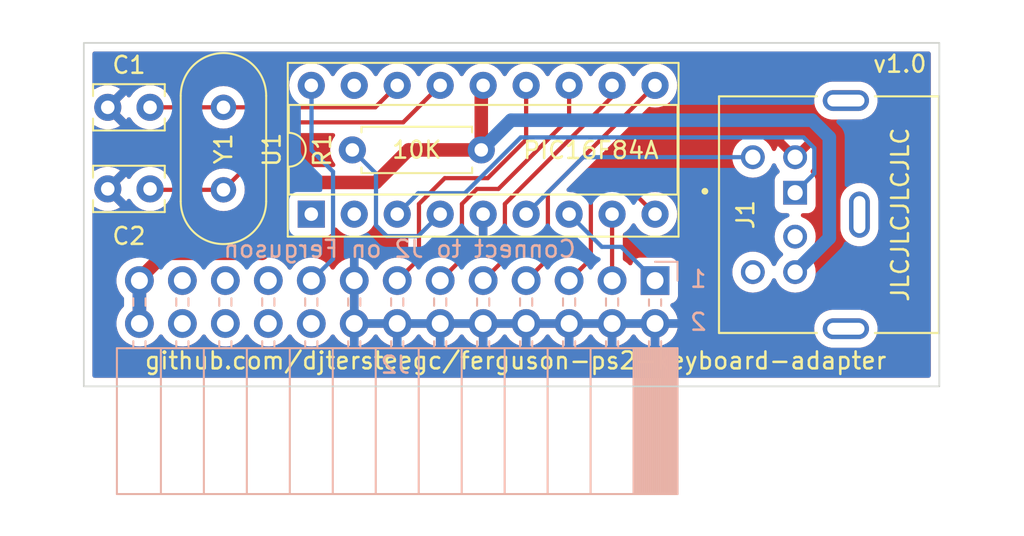
<source format=kicad_pcb>
(kicad_pcb (version 20211014) (generator pcbnew)
  (layers (0 "F.Cu" signal) (31 "B.Cu" signal) (34 "B.Paste" user) (35 "F.Paste" user) (36 "B.SilkS" user "B.Silkscreen") (37 "F.SilkS" user "F.Silkscreen") (38 "B.Mask" user) (39 "F.Mask" user) (44 "Edge.Cuts" user))
  (net 0 "")
  (net 1 "GND")
  (net 2 "Net-(C1-Pad2)")
  (net 3 "Net-(C2-Pad2)")
  (net 4 "/PS{slash}2 Data In")
  (net 6 "+5V")
  (net 7 "/PS{slash}2 Clock In")
  (net 9 "/BIT1")
  (net 10 "/BIT2")
  (net 11 "/BIT3")
  (net 12 "/BIT4")
  (net 13 "/BIT5")
  (net 14 "/BIT6")
  (net 15 "/BIT7")
  (net 16 "/{slash}STROBE")
  (net 24 "Net-(R1-Pad2)")
  (footprint "Resistor_THT:R_Axial_DIN0207_L6.3mm_D2.5mm_P7.62mm_Horizontal" (layer "F.Cu") (at 165.608 100.31 180)
    (fp_text reference "R1" (at 9.398 -0.02 90) (layer "F.SilkS"))
    (fp_text value "10K" (at 3.81 0) (layer "F.SilkS"))
    (fp_line (start 0.54 -1.04) (end 0.54 -1.37) (layer "F.SilkS") (width 0.12))
    (fp_line (start 0.54 1.37) (end 7.08 1.37) (layer "F.SilkS") (width 0.12))
    (fp_line (start 7.08 -1.37) (end 7.08 -1.04) (layer "F.SilkS") (width 0.12))
    (fp_line (start 0.54 1.04) (end 0.54 1.37) (layer "F.SilkS") (width 0.12))
    (fp_line (start 0.54 -1.37) (end 7.08 -1.37) (layer "F.SilkS") (width 0.12))
    (fp_line (start 7.08 1.37) (end 7.08 1.04) (layer "F.SilkS") (width 0.12))
    (pad "1" thru_hole circle (at 0 0 180) (size 1.6 1.6) (drill 0.8) (layers *.Cu *.Mask) (net 6 "+5V"))
    (pad "2" thru_hole oval (at 7.62 0 180) (size 1.6 1.6) (drill 0.8) (layers *.Cu *.Mask) (net 24 "Net-(R1-Pad2)"))
  )
  (footprint "Capacitor_THT:C_Rect_L4.0mm_W2.5mm_P2.50mm" (layer "F.Cu") (at 143.53 97.79)
    (fp_text reference "C1" (at 1.25 -2.5) (layer "F.SilkS"))
    (fp_text value "10pf")
    (fp_line (start -0.87 -1.37) (end 3.37 -1.37) (layer "F.SilkS") (width 0.12))
    (fp_line (start -0.87 1.37) (end 3.37 1.37) (layer "F.SilkS") (width 0.12))
    (fp_line (start -0.87 -1.37) (end -0.87 -0.665) (layer "F.SilkS") (width 0.12))
    (fp_line (start 3.37 0.665) (end 3.37 1.37) (layer "F.SilkS") (width 0.12))
    (fp_line (start 3.37 -1.37) (end 3.37 -0.665) (layer "F.SilkS") (width 0.12))
    (fp_line (start -0.87 0.665) (end -0.87 1.37) (layer "F.SilkS") (width 0.12))
    (pad "1" thru_hole circle (at 0 0) (size 1.6 1.6) (drill 0.8) (layers *.Cu *.Mask) (net 1 "GND"))
    (pad "2" thru_hole circle (at 2.5 0) (size 1.6 1.6) (drill 0.8) (layers *.Cu *.Mask) (net 2 "Net-(C1-Pad2)"))
  )
  (footprint "Package_DIP:DIP-18_W7.62mm_Socket" (layer "F.Cu") (at 155.56 104.11 90)
    (fp_text reference "U1" (at 3.81 -2.33 90) (layer "F.SilkS"))
    (fp_text value "PIC16F84A" (at 3.78 16.525 180) (layer "F.SilkS"))
    (fp_line (start -1.33 -1.39) (end -1.33 21.71) (layer "F.SilkS") (width 0.12))
    (fp_line (start 6.46 -1.33) (end 4.81 -1.33) (layer "F.SilkS") (width 0.12))
    (fp_line (start 1.16 -1.33) (end 1.16 21.65) (layer "F.SilkS") (width 0.12))
    (fp_line (start 8.95 -1.39) (end -1.33 -1.39) (layer "F.SilkS") (width 0.12))
    (fp_line (start 2.81 -1.33) (end 1.16 -1.33) (layer "F.SilkS") (width 0.12))
    (fp_line (start -1.33 21.71) (end 8.95 21.71) (layer "F.SilkS") (width 0.12))
    (fp_line (start 6.46 21.65) (end 6.46 -1.33) (layer "F.SilkS") (width 0.12))
    (fp_line (start 1.16 21.65) (end 6.46 21.65) (layer "F.SilkS") (width 0.12))
    (fp_line (start 8.95 21.71) (end 8.95 -1.39) (layer "F.SilkS") (width 0.12))
    (fp_arc (start 4.81 -1.33) (mid 3.81 -0.33) (end 2.81 -1.33) (layer "F.SilkS") (width 0.12))
    (pad "1" thru_hole rect (at 0 0 90) (size 1.6 1.6) (drill 0.8) (layers *.Cu *.Mask))
    (pad "2" thru_hole oval (at 0 2.54 90) (size 1.6 1.6) (drill 0.8) (layers *.Cu *.Mask))
    (pad "3" thru_hole oval (at 0 5.08 90) (size 1.6 1.6) (drill 0.8) (layers *.Cu *.Mask) (net 4 "/PS{slash}2 Data In"))
    (pad "4" thru_hole oval (at 0 7.62 90) (size 1.6 1.6) (drill 0.8) (layers *.Cu *.Mask) (net 24 "Net-(R1-Pad2)"))
    (pad "5" thru_hole oval (at 0 10.16 90) (size 1.6 1.6) (drill 0.8) (layers *.Cu *.Mask) (net 1 "GND"))
    (pad "6" thru_hole oval (at 0 12.7 90) (size 1.6 1.6) (drill 0.8) (layers *.Cu *.Mask) (net 7 "/PS{slash}2 Clock In"))
    (pad "7" thru_hole oval (at 0 15.24 90) (size 1.6 1.6) (drill 0.8) (layers *.Cu *.Mask) (net 9 "/BIT1"))
    (pad "8" thru_hole oval (at 0 17.78 90) (size 1.6 1.6) (drill 0.8) (layers *.Cu *.Mask) (net 10 "/BIT2"))
    (pad "9" thru_hole oval (at 0 20.32 90) (size 1.6 1.6) (drill 0.8) (layers *.Cu *.Mask) (net 11 "/BIT3"))
    (pad "10" thru_hole oval (at 7.62 20.32 90) (size 1.6 1.6) (drill 0.8) (layers *.Cu *.Mask) (net 12 "/BIT4"))
    (pad "11" thru_hole oval (at 7.62 17.78 90) (size 1.6 1.6) (drill 0.8) (layers *.Cu *.Mask) (net 13 "/BIT5"))
    (pad "12" thru_hole oval (at 7.62 15.24 90) (size 1.6 1.6) (drill 0.8) (layers *.Cu *.Mask) (net 14 "/BIT6"))
    (pad "13" thru_hole oval (at 7.62 12.7 90) (size 1.6 1.6) (drill 0.8) (layers *.Cu *.Mask) (net 15 "/BIT7"))
    (pad "14" thru_hole oval (at 7.62 10.16 90) (size 1.6 1.6) (drill 0.8) (layers *.Cu *.Mask) (net 6 "+5V"))
    (pad "15" thru_hole oval (at 7.62 7.62 90) (size 1.6 1.6) (drill 0.8) (layers *.Cu *.Mask) (net 3 "Net-(C2-Pad2)"))
    (pad "16" thru_hole oval (at 7.62 5.08 90) (size 1.6 1.6) (drill 0.8) (layers *.Cu *.Mask) (net 2 "Net-(C1-Pad2)"))
    (pad "17" thru_hole oval (at 7.62 2.54 90) (size 1.6 1.6) (drill 0.8) (layers *.Cu *.Mask))
    (pad "18" thru_hole oval (at 7.62 0 90) (size 1.6 1.6) (drill 0.8) (layers *.Cu *.Mask) (net 16 "/{slash}STROBE"))
  )
  (footprint "Crystal:Crystal_HC49-U_Vertical" (layer "F.Cu") (at 150.368 97.79 -90)
    (fp_text reference "Y1" (at 2.45 0 90) (layer "F.SilkS"))
    (fp_text value "4 MHz")
    (fp_line (start -0.685 2.525) (end 5.565 2.525) (layer "F.SilkS") (width 0.12))
    (fp_line (start -0.685 -2.525) (end 5.565 -2.525) (layer "F.SilkS") (width 0.12))
    (fp_arc (start 5.565 -2.525) (mid 8.09 0) (end 5.565 2.525) (layer "F.SilkS") (width 0.12))
    (fp_arc (start -0.685 2.525) (mid -3.21 0) (end -0.685 -2.525) (layer "F.SilkS") (width 0.12))
    (pad "1" thru_hole circle (at 0 0 270) (size 1.5 1.5) (drill 0.8) (layers *.Cu *.Mask) (net 2 "Net-(C1-Pad2)"))
    (pad "2" thru_hole circle (at 4.88 0 270) (size 1.5 1.5) (drill 0.8) (layers *.Cu *.Mask) (net 3 "Net-(C2-Pad2)"))
  )
  (footprint "SnapEDA Library:CUI_MD-60SM" (layer "F.Cu") (at 187.96 104.14 90)
    (fp_text reference "J1" (at 0 -6.731 90) (layer "F.SilkS"))
    (fp_text value "PS/2 Keyboard Mini DIN 6")
    (fp_line (start -7 -8.3) (end 7 -8.3) (layer "F.SilkS") (width 0.127))
    (fp_line (start -7 4.7) (end -7 0.915) (layer "F.SilkS") (width 0.127))
    (fp_line (start 7 4.7) (end 7 0.915) (layer "F.SilkS") (width 0.127))
    (fp_line (start -7 -2.515) (end -7 -8.3) (layer "F.SilkS") (width 0.127))
    (fp_line (start 7 4.7) (end -7 4.7) (layer "F.SilkS") (width 0.127))
    (fp_line (start 7 -8.3) (end 7 -2.515) (layer "F.SilkS") (width 0.127))
    (fp_circle (center 1.384 -9.134) (end 1.484 -9.134) (layer "F.SilkS") (width 0.2) (fill none))
    (pad "1" thru_hole rect locked (at 1.3 -3.8 90) (size 1.408 1.408) (drill 0.9) (layers *.Cu *.Mask) (net 4 "/PS{slash}2 Data In"))
    (pad "2" thru_hole circle locked (at -1.3 -3.8 90) (size 1.408 1.408) (drill 0.9) (layers *.Cu *.Mask))
    (pad "3" thru_hole circle locked (at 3.4 -3.8 90) (size 1.408 1.408) (drill 0.9) (layers *.Cu *.Mask) (net 1 "GND"))
    (pad "4" thru_hole circle locked (at -3.4 -3.8 90) (size 1.408 1.408) (drill 0.9) (layers *.Cu *.Mask) (net 6 "+5V"))
    (pad "5" thru_hole circle locked (at 3.4 -6.3 90) (size 1.408 1.408) (drill 0.9) (layers *.Cu *.Mask) (net 7 "/PS{slash}2 Clock In"))
    (pad "6" thru_hole circle locked (at -3.4 -6.3 90) (size 1.408 1.408) (drill 0.9) (layers *.Cu *.Mask))
    (pad "S1" thru_hole oval locked (at 0 0 90) (size 2.73 1.23) (drill oval 2.2 0.7) (layers *.Cu *.Mask))
    (pad "S2" thru_hole oval locked (at -6.75 -0.8 90) (size 1.23 2.73) (drill oval 0.7 2.2) (layers *.Cu *.Mask))
    (pad "S3" thru_hole oval locked (at 6.75 -0.8 90) (size 1.23 2.73) (drill oval 0.7 2.2) (layers *.Cu *.Mask))
  )
  (footprint "Capacitor_THT:C_Rect_L4.0mm_W2.5mm_P2.50mm" (layer "F.Cu") (at 143.53 102.616)
    (fp_text reference "C2" (at 1.25 2.794) (layer "F.SilkS"))
    (fp_text value "10pf")
    (fp_line (start -0.87 -1.37) (end -0.87 -0.665) (layer "F.SilkS") (width 0.12))
    (fp_line (start 3.37 0.665) (end 3.37 1.37) (layer "F.SilkS") (width 0.12))
    (fp_line (start -0.87 0.665) (end -0.87 1.37) (layer "F.SilkS") (width 0.12))
    (fp_line (start 3.37 -1.37) (end 3.37 -0.665) (layer "F.SilkS") (width 0.12))
    (fp_line (start -0.87 -1.37) (end 3.37 -1.37) (layer "F.SilkS") (width 0.12))
    (fp_line (start -0.87 1.37) (end 3.37 1.37) (layer "F.SilkS") (width 0.12))
    (pad "1" thru_hole circle (at 0 0) (size 1.6 1.6) (drill 0.8) (layers *.Cu *.Mask) (net 1 "GND"))
    (pad "2" thru_hole circle (at 2.5 0) (size 1.6 1.6) (drill 0.8) (layers *.Cu *.Mask) (net 3 "Net-(C2-Pad2)"))
  )
  (footprint "Connector_PinSocket_2.54mm:PinSocket_2x13_P2.54mm_Horizontal" (layer "B.Cu") (at 175.88 108.04 90)
    (fp_text reference "J2" (at -4.99 -15.352 180) (layer "B.SilkS") (effects (justify mirror)))
    (fp_text value "Ferguson Keyboard Connector J2")
    (fp_line (start -1.49 -30.12) (end -1.05 -30.12) (layer "B.SilkS") (width 0.12))
    (fp_line (start -4 -25.76) (end -3.59 -25.76) (layer "B.SilkS") (width 0.12))
    (fp_line (start -12.63 -21.59) (end -4 -21.59) (layer "B.SilkS") (width 0.12))
    (fp_line (start -12.63 0.26524) (end -4 0.26524) (layer "B.SilkS") (width 0.12))
    (fp_line (start -12.63 -8.89) (end -4 -8.89) (layer "B.SilkS") (width 0.12))
    (fp_line (start -12.63 -0.089045) (end -4 -0.089045) (layer "B.SilkS") (width 0.12))
    (fp_line (start -1.49 -17.42) (end -1.05 -17.42) (layer "B.SilkS") (width 0.12))
    (fp_line (start -12.63 -29.21) (end -4 -29.21) (layer "B.SilkS") (width 0.12))
    (fp_line (start -12.63 0.02905) (end -4 0.02905) (layer "B.SilkS") (width 0.12))
    (fp_line (start -12.63 -1.033805) (end -4 -1.033805) (layer "B.SilkS") (width 0.12))
    (fp_line (start -12.63 -11.43) (end -4 -11.43) (layer "B.SilkS") (width 0.12))
    (fp_line (start -4 -5.44) (end -3.59 -5.44) (layer "B.SilkS") (width 0.12))
    (fp_line (start -1.49 -20.68) (end -1.05 -20.68) (layer "B.SilkS") (width 0.12))
    (fp_line (start 0 1.33) (end 1.11 1.33) (layer "B.SilkS") (width 0.12))
    (fp_line (start -4 -0.36) (end -3.59 -0.36) (layer "B.SilkS") (width 0.12))
    (fp_line (start -12.63 -6.35) (end -4 -6.35) (layer "B.SilkS") (width 0.12))
    (fp_line (start -12.63 -3.81) (end -4 -3.81) (layer "B.SilkS") (width 0.12))
    (fp_line (start -4 -9.8) (end -3.59 -9.8) (layer "B.SilkS") (width 0.12))
    (fp_line (start -12.63 -0.20714) (end -4 -0.20714) (layer "B.SilkS") (width 0.12))
    (fp_line (start -12.63 -13.97) (end -4 -13.97) (layer "B.SilkS") (width 0.12))
    (fp_line (start -4 -12.34) (end -3.59 -12.34) (layer "B.SilkS") (width 0.12))
    (fp_line (start -12.63 0.73762) (end -4 0.73762) (layer "B.SilkS") (width 0.12))
    (fp_line (start -4 -7.26) (end -3.59 -7.26) (layer "B.SilkS") (width 0.12))
    (fp_line (start -4 -2.9) (end -3.59 -2.9) (layer "B.SilkS") (width 0.12))
    (fp_line (start -12.63 -19.05) (end -4 -19.05) (layer "B.SilkS") (width 0.12))
    (fp_line (start -12.63 -16.51) (end -4 -16.51) (layer "B.SilkS") (width 0.12))
    (fp_line (start -1.49 -14.88) (end -1.05 -14.88) (layer "B.SilkS") (width 0.12))
    (fp_line (start -4 -25.04) (end -3.59 -25.04) (layer "B.SilkS") (width 0.12))
    (fp_line (start -1.49 -18.14) (end -1.05 -18.14) (layer "B.SilkS") (width 0.12))
    (fp_line (start -12.63 -1.27) (end -4 -1.27) (layer "B.SilkS") (width 0.12))
    (fp_line (start -1.49 -19.96) (end -1.05 -19.96) (layer "B.SilkS") (width 0.12))
    (fp_line (start -1.49 -30.84) (end -1.05 -30.84) (layer "B.SilkS") (width 0.12))
    (fp_line (start -12.63 -24.13) (end -4 -24.13) (layer "B.SilkS") (width 0.12))
    (fp_line (start -1.49 -28.3) (end -1.05 -28.3) (layer "B.SilkS") (width 0.12))
    (fp_line (start -4 -19.96) (end -3.59 -19.96) (layer "B.SilkS") (width 0.12))
    (fp_line (start -1.49 -2.9) (end -1.05 -2.9) (layer "B.SilkS") (width 0.12))
    (fp_line (start -1.49 -27.58) (end -1.05 -27.58) (layer "B.SilkS") (width 0.12))
    (fp_line (start -1.49 -25.04) (end -1.05 -25.04) (layer "B.SilkS") (width 0.12))
    (fp_line (start -1.49 -5.44) (end -1.05 -5.44) (layer "B.SilkS") (width 0.12))
    (fp_line (start -4 -13.06) (end -3.59 -13.06) (layer "B.SilkS") (width 0.12))
    (fp_line (start -4 -2.18) (end -3.59 -2.18) (layer "B.SilkS") (width 0.12))
    (fp_line (start -1.49 -22.5) (end -1.05 -22.5) (layer "B.SilkS") (width 0.12))
    (fp_line (start -12.63 1.33) (end -4 1.33) (layer "B.SilkS") (width 0.12))
    (fp_line (start -12.63 -0.67952) (end -4 -0.67952) (layer "B.SilkS") (width 0.12))
    (fp_line (start -4 -18.14) (end -3.59 -18.14) (layer "B.SilkS") (width 0.12))
    (fp_line (start -4 0.36) (end -3.59 0.36) (layer "B.SilkS") (width 0.12))
    (fp_line (start -4 -15.6) (end -3.59 -15.6) (layer "B.SilkS") (width 0.12))
    (fp_line (start -4 -20.68) (end -3.59 -20.68) (layer "B.SilkS") (width 0.12))
    (fp_line (start -12.63 0.855715) (end -4 0.855715) (layer "B.SilkS") (width 0.12))
    (fp_line (start 1.11 1.33) (end 1.11 0) (layer "B.SilkS") (width 0.12))
    (fp_line (start -4 -4.72) (end -3.59 -4.72) (layer "B.SilkS") (width 0.12))
    (fp_line (start -1.49 -4.72) (end -1.05 -4.72) (layer "B.SilkS") (width 0.12))
    (fp_line (start -4 -10.52) (end -3.59 -10.52) (layer "B.SilkS") (width 0.12))
    (fp_line (start -12.63 0.50143) (end -4 0.50143) (layer "B.SilkS") (width 0.12))
    (fp_line (start -1.49 -15.6) (end -1.05 -15.6) (layer "B.SilkS") (width 0.12))
    (fp_line (start -12.63 -0.325235) (end -4 -0.325235) (layer "B.SilkS") (width 0.12))
    (fp_line (start -4 -7.98) (end -3.59 -7.98) (layer "B.SilkS") (width 0.12))
    (fp_line (start -4 -14.88) (end -3.59 -14.88) (layer "B.SilkS") (width 0.12))
    (fp_line (start -4 -23.22) (end -3.59 -23.22) (layer "B.SilkS") (width 0.12))
    (fp_line (start -1.49 0.36) (end -1.11 0.36) (layer "B.SilkS") (width 0.12))
    (fp_line (start -4 -30.84) (end -3.59 -30.84) (layer "B.SilkS") (width 0.12))
    (fp_line (start -4 -27.58) (end -3.59 -27.58) (layer "B.SilkS") (width 0.12))
    (fp_line (start -1.49 -0.36) (end -1.11 -0.36) (layer "B.SilkS") (width 0.12))
    (fp_line (start -12.63 0.97381) (end -4 0.97381) (layer "B.SilkS") (width 0.12))
    (fp_line (start -12.63 -0.797615) (end -4 -0.797615) (layer "B.SilkS") (width 0.12))
    (fp_line (start -4 -28.3) (end -3.59 -28.3) (layer "B.SilkS") (width 0.12))
    (fp_line (start -4 1.33) (end -4 -31.81) (layer "B.SilkS") (width 0.12))
    (fp_line (start -1.49 -13.06) (end -1.05 -13.06) (layer "B.SilkS") (width 0.12))
    (fp_line (start -1.49 -2.18) (end -1.05 -2.18) (layer "B.SilkS") (width 0.12))
    (fp_line (start -12.63 -26.67) (end -4 -26.67) (layer "B.SilkS") (width 0.12))
    (fp_line (start -12.63 1.21) (end -4 1.21) (layer "B.SilkS") (width 0.12))
    (fp_line (start -4 -22.5) (end -3.59 -22.5) (layer "B.SilkS") (width 0.12))
    (fp_line (start -4 -17.42) (end -3.59 -17.42) (layer "B.SilkS") (width 0.12))
    (fp_line (start -1.49 -9.8) (end -1.05 -9.8) (layer "B.SilkS") (width 0.12))
    (fp_line (start -1.49 -7.26) (end -1.05 -7.26) (layer "B.SilkS") (width 0.12))
    (fp_line (start -12.63 1.091905) (end -4 1.091905) (layer "B.SilkS") (width 0.12))
    (fp_line (start -12.63 0.619525) (end -4 0.619525) (layer "B.SilkS") (width 0.12))
    (fp_line (start -1.49 -23.22) (end -1.05 -23.22) (layer "B.SilkS") (width 0.12))
    (fp_line (start -12.63 -1.1519) (end -4 -1.1519) (layer "B.SilkS") (width 0.12))
    (fp_line (start -12.63 -0.44333) (end -4 -0.44333) (layer "B.SilkS") (width 0.12))
    (fp_line (start -1.49 -25.76) (end -1.05 -25.76) (layer "B.SilkS") (width 0.12))
    (fp_line (start -12.63 -0.91571) (end -4 -0.91571) (layer "B.SilkS") (width 0.12))
    (fp_line (start -4 -30.12) (end -3.59 -30.12) (layer "B.SilkS") (width 0.12))
    (fp_line (start -12.63 1.33) (end -12.63 -31.81) (layer "B.SilkS") (width 0.12))
    (fp_line (start -1.49 -7.98) (end -1.05 -7.98) (layer "B.SilkS") (width 0.12))
    (fp_line (start -12.63 0.147145) (end -4 0.147145) (layer "B.SilkS") (width 0.12))
    (fp_line (start -12.63 -31.81) (end -4 -31.81) (layer "B.SilkS") (width 0.12))
    (fp_line (start -12.63 0.383335) (end -4 0.383335) (layer "B.SilkS") (width 0.12))
    (fp_line (start -1.49 -10.52) (end -1.05 -10.52) (layer "B.SilkS") (width 0.12))
    (fp_line (start -1.49 -12.34) (end -1.05 -12.34) (layer "B.SilkS") (width 0.12))
    (fp_line (start -12.63 -0.561425) (end -4 -0.561425) (layer "B.SilkS") (width 0.12))
    (pad "1" thru_hole rect (at 0 0 90) (size 1.7 1.7) (drill 1) (layers *.Cu *.Mask) (net 9 "/BIT1"))
    (pad "2" thru_hole oval (at -2.54 0 90) (size 1.7 1.7) (drill 1) (layers *.Cu *.Mask) (net 1 "GND"))
    (pad "3" thru_hole oval (at 0 -2.54 90) (size 1.7 1.7) (drill 1) (layers *.Cu *.Mask) (net 10 "/BIT2"))
    (pad "4" thru_hole oval (at -2.54 -2.54 90) (size 1.7 1.7) (drill 1) (layers *.Cu *.Mask) (net 1 "GND"))
    (pad "5" thru_hole oval (at 0 -5.08 90) (size 1.7 1.7) (drill 1) (layers *.Cu *.Mask) (net 11 "/BIT3"))
    (pad "6" thru_hole oval (at -2.54 -5.08 90) (size 1.7 1.7) (drill 1) (layers *.Cu *.Mask) (net 1 "GND"))
    (pad "7" thru_hole oval (at 0 -7.62 90) (size 1.7 1.7) (drill 1) (layers *.Cu *.Mask) (net 12 "/BIT4"))
    (pad "8" thru_hole oval (at -2.54 -7.62 90) (size 1.7 1.7) (drill 1) (layers *.Cu *.Mask) (net 1 "GND"))
    (pad "9" thru_hole oval (at 0 -10.16 90) (size 1.7 1.7) (drill 1) (layers *.Cu *.Mask) (net 13 "/BIT5"))
    (pad "10" thru_hole oval (at -2.54 -10.16 90) (size 1.7 1.7) (drill 1) (layers *.Cu *.Mask) (net 1 "GND"))
    (pad "11" thru_hole oval (at 0 -12.7 90) (size 1.7 1.7) (drill 1) (layers *.Cu *.Mask) (net 14 "/BIT6"))
    (pad "12" thru_hole oval (at -2.54 -12.7 90) (size 1.7 1.7) (drill 1) (layers *.Cu *.Mask) (net 1 "GND"))
    (pad "13" thru_hole oval (at 0 -15.24 90) (size 1.7 1.7) (drill 1) (layers *.Cu *.Mask) (net 15 "/BIT7"))
    (pad "14" thru_hole oval (at -2.54 -15.24 90) (size 1.7 1.7) (drill 1) (layers *.Cu *.Mask) (net 1 "GND"))
    (pad "15" thru_hole oval (at 0 -17.78 90) (size 1.7 1.7) (drill 1) (layers *.Cu *.Mask) (net 1 "GND"))
    (pad "16" thru_hole oval (at -2.54 -17.78 90) (size 1.7 1.7) (drill 1) (layers *.Cu *.Mask) (net 1 "GND"))
    (pad "17" thru_hole oval (at 0 -20.32 90) (size 1.7 1.7) (drill 1) (layers *.Cu *.Mask) (net 16 "/{slash}STROBE"))
    (pad "18" thru_hole oval (at -2.54 -20.32 90) (size 1.7 1.7) (drill 1) (layers *.Cu *.Mask))
    (pad "19" thru_hole oval (at 0 -22.86 90) (size 1.7 1.7) (drill 1) (layers *.Cu *.Mask))
    (pad "20" thru_hole oval (at -2.54 -22.86 90) (size 1.7 1.7) (drill 1) (layers *.Cu *.Mask))
    (pad "21" thru_hole oval (at 0 -25.4 90) (size 1.7 1.7) (drill 1) (layers *.Cu *.Mask))
    (pad "22" thru_hole oval (at -2.54 -25.4 90) (size 1.7 1.7) (drill 1) (layers *.Cu *.Mask))
    (pad "23" thru_hole oval (at 0 -27.94 90) (size 1.7 1.7) (drill 1) (layers *.Cu *.Mask))
    (pad "24" thru_hole oval (at -2.54 -27.94 90) (size 1.7 1.7) (drill 1) (layers *.Cu *.Mask))
    (pad "25" thru_hole oval (at 0 -30.48 90) (size 1.7 1.7) (drill 1) (layers *.Cu *.Mask) (net 6 "+5V"))
    (pad "26" thru_hole oval (at -2.54 -30.48 90) (size 1.7 1.7) (drill 1) (layers *.Cu *.Mask) (net 6 "+5V"))
  )
  (gr_rect (start 142.113 93.98) (end 192.6844 114.3) (layer "Edge.Cuts") (width 0.1) (fill none))
  (gr_text "Connect to J2 on Ferguson" (at 160.782 106.172) (layer "B.SilkS") (effects (font (size 1 1)) (justify mirror)))
  (gr_text "1" (at 178.435 107.95) (layer "B.SilkS") (effects (font (size 1 1)) (justify mirror)))
  (gr_text "2" (at 178.435 110.49) (layer "B.SilkS") (effects (font (size 1 1)) (justify mirror)))
  (gr_text "JLCJLCJLCJLC" (at 190.373 104.14 90) (layer "F.SilkS") (effects (font (size 1 1))))
  (gr_text "github.com/djtersteegc/ferguson-ps2-keyboard-adapter" (at 167.64 112.776) (layer "F.SilkS") (effects (font (size 1 1))))
  (gr_text "v1.0" (at 190.3476 95.2246) (layer "F.SilkS") (effects (font (size 1 1))))
  (segment (start 159.34 97.79) (end 150.368 97.79) (width 0.25) (layer "F.Cu") (net 2))
  (segment (start 150.368 97.79) (end 146.03 97.79) (width 0.25) (layer "F.Cu") (net 2))
  (segment (start 160.64 96.49) (end 159.34 97.79) (width 0.25) (layer "F.Cu") (net 2))
  (segment (start 150.368 102.67) (end 146.084 102.67) (width 0.25) (layer "F.Cu") (net 3))
  (segment (start 160.991 98.679) (end 154.359 98.679) (width 0.25) (layer "F.Cu") (net 3))
  (segment (start 163.18 96.49) (end 160.991 98.679) (width 0.25) (layer "F.Cu") (net 3))
  (segment (start 146.084 102.67) (end 146.03 102.616) (width 0.25) (layer "F.Cu") (net 3))
  (segment (start 154.359 98.679) (end 150.368 102.67) (width 0.25) (layer "F.Cu") (net 3))
  (segment (start 185.293 100.203) (end 184.658 99.568) (width 0.25) (layer "B.Cu") (net 4))
  (segment (start 184.658 99.568) (end 167.940991 99.568) (width 0.25) (layer "B.Cu") (net 4))
  (segment (start 164.638991 102.87) (end 161.88 102.87) (width 0.25) (layer "B.Cu") (net 4))
  (segment (start 184.16 102.84) (end 185.293 101.707) (width 0.25) (layer "B.Cu") (net 4))
  (segment (start 185.293 101.707) (end 185.293 100.203) (width 0.25) (layer "B.Cu") (net 4))
  (segment (start 161.88 102.87) (end 160.64 104.11) (width 0.25) (layer "B.Cu") (net 4))
  (segment (start 167.940991 99.568) (end 164.638991 102.87) (width 0.25) (layer "B.Cu") (net 4))
  (segment (start 159.385 102.235) (end 154.435 102.235) (width 0.8) (layer "F.Cu") (net 6))
  (segment (start 152.654 106.426) (end 146.913 106.426) (width 0.8) (layer "F.Cu") (net 6))
  (segment (start 146.913 106.426) (end 145.4 107.939) (width 0.8) (layer "F.Cu") (net 6))
  (segment (start 153.67 103) (end 153.67 105.41) (width 0.8) (layer "F.Cu") (net 6))
  (segment (start 145.4 108.04) (end 145.4 110.58) (width 0.8) (layer "F.Cu") (net 6))
  (segment (start 161.31 100.31) (end 159.385 102.235) (width 0.8) (layer "F.Cu") (net 6))
  (segment (start 145.4 107.939) (end 145.4 108.04) (width 0.8) (layer "F.Cu") (net 6))
  (segment (start 154.435 102.235) (end 153.67 103) (width 0.8) (layer "F.Cu") (net 6))
  (segment (start 165.608 100.31) (end 161.31 100.31) (width 0.8) (layer "F.Cu") (net 6))
  (segment (start 165.608 96.602) (end 165.72 96.49) (width 0.8) (layer "F.Cu") (net 6))
  (segment (start 153.67 105.41) (end 152.654 106.426) (width 0.8) (layer "F.Cu") (net 6))
  (segment (start 165.608 100.31) (end 165.608 96.602) (width 0.8) (layer "F.Cu") (net 6))
  (segment (start 186.182 99.568) (end 186.182 105.518) (width 0.8) (layer "B.Cu") (net 6))
  (segment (start 145.4 110.58) (end 145.4 108.04) (width 0.8) (layer "B.Cu") (net 6))
  (segment (start 167.366 98.552) (end 185.166 98.552) (width 0.8) (layer "B.Cu") (net 6))
  (segment (start 185.166 98.552) (end 186.182 99.568) (width 0.8) (layer "B.Cu") (net 6))
  (segment (start 186.182 105.518) (end 184.16 107.54) (width 0.8) (layer "B.Cu") (net 6))
  (segment (start 165.608 100.31) (end 167.366 98.552) (width 0.8) (layer "B.Cu") (net 6))
  (segment (start 181.66 100.74) (end 171.63 100.74) (width 0.25) (layer "B.Cu") (net 7))
  (segment (start 171.63 100.74) (end 168.26 104.11) (width 0.25) (layer "B.Cu") (net 7))
  (segment (start 173.885 106.045) (end 175.88 108.04) (width 0.25) (layer "B.Cu") (net 9))
  (segment (start 170.8 104.11) (end 172.735 106.045) (width 0.25) (layer "B.Cu") (net 9))
  (segment (start 172.735 106.045) (end 173.885 106.045) (width 0.25) (layer "B.Cu") (net 9))
  (segment (start 173.34 104.11) (end 173.34 108.04) (width 0.25) (layer "F.Cu") (net 10))
  (segment (start 175.88 104.11) (end 174.386 102.616) (width 0.25) (layer "F.Cu") (net 11))
  (segment (start 172.72 102.616) (end 172.085 103.251) (width 0.25) (layer "F.Cu") (net 11))
  (segment (start 174.386 102.616) (end 172.72 102.616) (width 0.25) (layer "F.Cu") (net 11))
  (segment (start 172.085 103.251) (end 172.085 106.755) (width 0.25) (layer "F.Cu") (net 11))
  (segment (start 172.085 106.755) (end 170.8 108.04) (width 0.25) (layer "F.Cu") (net 11))
  (segment (start 168.26 108.04) (end 169.545 106.755) (width 0.25) (layer "F.Cu") (net 12))
  (segment (start 169.545 102.825) (end 175.88 96.49) (width 0.25) (layer "F.Cu") (net 12))
  (segment (start 169.545 106.755) (end 169.545 102.825) (width 0.25) (layer "F.Cu") (net 12))
  (segment (start 173.34 97.17) (end 173.34 96.49) (width 0.25) (layer "F.Cu") (net 13))
  (segment (start 165.72 108.04) (end 167.005 106.755) (width 0.25) (layer "F.Cu") (net 13))
  (segment (start 167.005 106.755) (end 167.005 103.505) (width 0.25) (layer "F.Cu") (net 13))
  (segment (start 167.005 103.505) (end 173.34 97.17) (width 0.25) (layer "F.Cu") (net 13))
  (segment (start 163.18 108.04) (end 164.465 106.755) (width 0.25) (layer "F.Cu") (net 14))
  (segment (start 165.354 102.616) (end 166.624 102.616) (width 0.25) (layer "F.Cu") (net 14))
  (segment (start 166.624 102.616) (end 170.815 98.425) (width 0.25) (layer "F.Cu") (net 14))
  (segment (start 170.815 98.425) (end 170.8 98.41) (width 0.25) (layer "F.Cu") (net 14))
  (segment (start 164.465 106.755) (end 164.465 103.505) (width 0.25) (layer "F.Cu") (net 14))
  (segment (start 164.465 103.505) (end 165.354 102.616) (width 0.25) (layer "F.Cu") (net 14))
  (segment (start 170.8 98.41) (end 170.8 96.49) (width 0.25) (layer "F.Cu") (net 14))
  (segment (start 165.989 101.981) (end 168.26 99.71) (width 0.25) (layer "F.Cu") (net 15))
  (segment (start 163.449 101.981) (end 165.989 101.981) (width 0.25) (layer "F.Cu") (net 15))
  (segment (start 161.925 103.505) (end 163.449 101.981) (width 0.25) (layer "F.Cu") (net 15))
  (segment (start 161.925 106.755) (end 161.925 103.505) (width 0.25) (layer "F.Cu") (net 15))
  (segment (start 160.64 108.04) (end 161.925 106.755) (width 0.25) (layer "F.Cu") (net 15))
  (segment (start 168.26 99.71) (end 168.26 96.49) (width 0.25) (layer "F.Cu") (net 15))
  (segment (start 155.575 96.505) (end 155.56 96.49) (width 0.25) (layer "B.Cu") (net 16))
  (segment (start 156.845 101.6) (end 155.575 100.33) (width 0.25) (layer "B.Cu") (net 16))
  (segment (start 155.575 100.33) (end 155.575 96.505) (width 0.25) (layer "B.Cu") (net 16))
  (segment (start 155.56 108.04) (end 156.845 106.755) (width 0.25) (layer "B.Cu") (net 16))
  (segment (start 156.845 106.755) (end 156.845 101.6) (width 0.25) (layer "B.Cu") (net 16))
  (segment (start 159.385 101.707) (end 157.988 100.31) (width 0.25) (layer "B.Cu") (net 24))
  (segment (start 163.18 104.11) (end 161.88 105.41) (width 0.25) (layer "B.Cu") (net 24))
  (segment (start 159.385 104.775) (end 159.385 101.707) (width 0.25) (layer "B.Cu") (net 24))
  (segment (start 161.88 105.41) (end 160.02 105.41) (width 0.25) (layer "B.Cu") (net 24))
  (segment (start 160.02 105.41) (end 159.385 104.775) (width 0.25) (layer "B.Cu") (net 24))
  (zone (net 1) (net_name "GND") (layers F&B.Cu) (connect_pads (clearance 0.508)) (min_thickness 0.254) (fill yes (thermal_gap 0.508) (thermal_bridge_width 0.508))
    (polygon (pts (xy 195.58 116.84) (xy 137.16 116.84) (xy 137.16 91.44) (xy 195.58 91.44)))
  )
)
</source>
